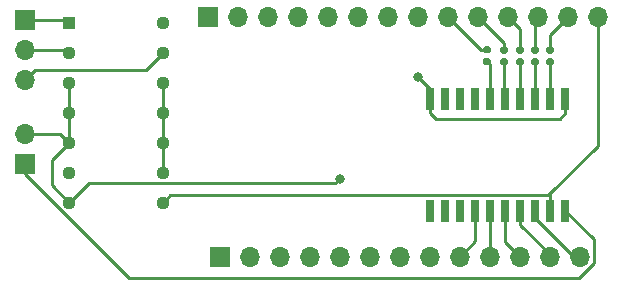
<source format=gbr>
%TF.GenerationSoftware,KiCad,Pcbnew,(5.1.6)-1*%
%TF.CreationDate,2020-09-22T22:22:23+03:00*%
%TF.ProjectId,ZX Keyboard logic,5a58204b-6579-4626-9f61-7264206c6f67,rev?*%
%TF.SameCoordinates,Original*%
%TF.FileFunction,Copper,L1,Top*%
%TF.FilePolarity,Positive*%
%FSLAX46Y46*%
G04 Gerber Fmt 4.6, Leading zero omitted, Abs format (unit mm)*
G04 Created by KiCad (PCBNEW (5.1.6)-1) date 2020-09-22 22:22:24*
%MOMM*%
%LPD*%
G01*
G04 APERTURE LIST*
%TA.AperFunction,ComponentPad*%
%ADD10O,1.700000X1.700000*%
%TD*%
%TA.AperFunction,ComponentPad*%
%ADD11R,1.700000X1.700000*%
%TD*%
%TA.AperFunction,SMDPad,CuDef*%
%ADD12R,0.650000X1.950000*%
%TD*%
%TA.AperFunction,ComponentPad*%
%ADD13C,1.130000*%
%TD*%
%TA.AperFunction,ComponentPad*%
%ADD14R,1.130000X1.130000*%
%TD*%
%TA.AperFunction,ViaPad*%
%ADD15C,0.800000*%
%TD*%
%TA.AperFunction,Conductor*%
%ADD16C,0.250000*%
%TD*%
G04 APERTURE END LIST*
D10*
%TO.P,J4,13*%
%TO.N,/K_D0*%
X82296000Y-103124000D03*
%TO.P,J4,12*%
%TO.N,/K_D1*%
X79756000Y-103124000D03*
%TO.P,J4,11*%
%TO.N,/K_D2*%
X77216000Y-103124000D03*
%TO.P,J4,10*%
%TO.N,/K_D3*%
X74676000Y-103124000D03*
%TO.P,J4,9*%
%TO.N,/K_D4*%
X72136000Y-103124000D03*
%TO.P,J4,8*%
%TO.N,/K_A15*%
X69596000Y-103124000D03*
%TO.P,J4,7*%
%TO.N,/K_A14*%
X67056000Y-103124000D03*
%TO.P,J4,6*%
%TO.N,/K_A13*%
X64516000Y-103124000D03*
%TO.P,J4,5*%
%TO.N,/K_A12*%
X61976000Y-103124000D03*
%TO.P,J4,4*%
%TO.N,/K_A11*%
X59436000Y-103124000D03*
%TO.P,J4,3*%
%TO.N,/K_A10*%
X56896000Y-103124000D03*
%TO.P,J4,2*%
%TO.N,/K_A9*%
X54356000Y-103124000D03*
D11*
%TO.P,J4,1*%
%TO.N,/K_A8*%
X51816000Y-103124000D03*
%TD*%
D10*
%TO.P,J3,2*%
%TO.N,GND*%
X35306000Y-92710000D03*
D11*
%TO.P,J3,1*%
%TO.N,+5V*%
X35306000Y-95250000D03*
%TD*%
D10*
%TO.P,J2,14*%
%TO.N,/KEY_ENBL*%
X83820000Y-82804000D03*
%TO.P,J2,13*%
%TO.N,/D0*%
X81280000Y-82804000D03*
%TO.P,J2,12*%
%TO.N,/D1*%
X78740000Y-82804000D03*
%TO.P,J2,11*%
%TO.N,/D2*%
X76200000Y-82804000D03*
%TO.P,J2,10*%
%TO.N,/D3*%
X73660000Y-82804000D03*
%TO.P,J2,9*%
%TO.N,/D4*%
X71120000Y-82804000D03*
%TO.P,J2,8*%
%TO.N,/A15*%
X68580000Y-82804000D03*
%TO.P,J2,7*%
%TO.N,/A14*%
X66040000Y-82804000D03*
%TO.P,J2,6*%
%TO.N,/A13*%
X63500000Y-82804000D03*
%TO.P,J2,5*%
%TO.N,/A12*%
X60960000Y-82804000D03*
%TO.P,J2,4*%
%TO.N,/A11*%
X58420000Y-82804000D03*
%TO.P,J2,3*%
%TO.N,/A10*%
X55880000Y-82804000D03*
%TO.P,J2,2*%
%TO.N,/A9*%
X53340000Y-82804000D03*
D11*
%TO.P,J2,1*%
%TO.N,/A8*%
X50800000Y-82804000D03*
%TD*%
D10*
%TO.P,J1,3*%
%TO.N,/~RD*%
X35306000Y-88138000D03*
%TO.P,J1,2*%
%TO.N,/~IORQ*%
X35306000Y-85598000D03*
D11*
%TO.P,J1,1*%
%TO.N,/A0*%
X35306000Y-83058000D03*
%TD*%
%TO.P,R?-R1,2*%
%TO.N,/D0*%
%TA.AperFunction,SMDPad,CuDef*%
G36*
G01*
X79928500Y-85939000D02*
X79583500Y-85939000D01*
G75*
G02*
X79436000Y-85791500I0J147500D01*
G01*
X79436000Y-85496500D01*
G75*
G02*
X79583500Y-85349000I147500J0D01*
G01*
X79928500Y-85349000D01*
G75*
G02*
X80076000Y-85496500I0J-147500D01*
G01*
X80076000Y-85791500D01*
G75*
G02*
X79928500Y-85939000I-147500J0D01*
G01*
G37*
%TD.AperFunction*%
%TO.P,R?-R1,1*%
%TO.N,Net-(IC3-Pad2)*%
%TA.AperFunction,SMDPad,CuDef*%
G36*
G01*
X79928500Y-86909000D02*
X79583500Y-86909000D01*
G75*
G02*
X79436000Y-86761500I0J147500D01*
G01*
X79436000Y-86466500D01*
G75*
G02*
X79583500Y-86319000I147500J0D01*
G01*
X79928500Y-86319000D01*
G75*
G02*
X80076000Y-86466500I0J-147500D01*
G01*
X80076000Y-86761500D01*
G75*
G02*
X79928500Y-86909000I-147500J0D01*
G01*
G37*
%TD.AperFunction*%
%TD*%
%TO.P,R4,2*%
%TO.N,/D4*%
%TA.AperFunction,SMDPad,CuDef*%
G36*
G01*
X74594500Y-85916000D02*
X74249500Y-85916000D01*
G75*
G02*
X74102000Y-85768500I0J147500D01*
G01*
X74102000Y-85473500D01*
G75*
G02*
X74249500Y-85326000I147500J0D01*
G01*
X74594500Y-85326000D01*
G75*
G02*
X74742000Y-85473500I0J-147500D01*
G01*
X74742000Y-85768500D01*
G75*
G02*
X74594500Y-85916000I-147500J0D01*
G01*
G37*
%TD.AperFunction*%
%TO.P,R4,1*%
%TO.N,Net-(IC3-Pad6)*%
%TA.AperFunction,SMDPad,CuDef*%
G36*
G01*
X74594500Y-86886000D02*
X74249500Y-86886000D01*
G75*
G02*
X74102000Y-86738500I0J147500D01*
G01*
X74102000Y-86443500D01*
G75*
G02*
X74249500Y-86296000I147500J0D01*
G01*
X74594500Y-86296000D01*
G75*
G02*
X74742000Y-86443500I0J-147500D01*
G01*
X74742000Y-86738500D01*
G75*
G02*
X74594500Y-86886000I-147500J0D01*
G01*
G37*
%TD.AperFunction*%
%TD*%
%TO.P,R3,2*%
%TO.N,/D3*%
%TA.AperFunction,SMDPad,CuDef*%
G36*
G01*
X76036100Y-85939000D02*
X75691100Y-85939000D01*
G75*
G02*
X75543600Y-85791500I0J147500D01*
G01*
X75543600Y-85496500D01*
G75*
G02*
X75691100Y-85349000I147500J0D01*
G01*
X76036100Y-85349000D01*
G75*
G02*
X76183600Y-85496500I0J-147500D01*
G01*
X76183600Y-85791500D01*
G75*
G02*
X76036100Y-85939000I-147500J0D01*
G01*
G37*
%TD.AperFunction*%
%TO.P,R3,1*%
%TO.N,Net-(IC3-Pad5)*%
%TA.AperFunction,SMDPad,CuDef*%
G36*
G01*
X76036100Y-86909000D02*
X75691100Y-86909000D01*
G75*
G02*
X75543600Y-86761500I0J147500D01*
G01*
X75543600Y-86466500D01*
G75*
G02*
X75691100Y-86319000I147500J0D01*
G01*
X76036100Y-86319000D01*
G75*
G02*
X76183600Y-86466500I0J-147500D01*
G01*
X76183600Y-86761500D01*
G75*
G02*
X76036100Y-86909000I-147500J0D01*
G01*
G37*
%TD.AperFunction*%
%TD*%
%TO.P,R2,2*%
%TO.N,/D2*%
%TA.AperFunction,SMDPad,CuDef*%
G36*
G01*
X77388500Y-85939000D02*
X77043500Y-85939000D01*
G75*
G02*
X76896000Y-85791500I0J147500D01*
G01*
X76896000Y-85496500D01*
G75*
G02*
X77043500Y-85349000I147500J0D01*
G01*
X77388500Y-85349000D01*
G75*
G02*
X77536000Y-85496500I0J-147500D01*
G01*
X77536000Y-85791500D01*
G75*
G02*
X77388500Y-85939000I-147500J0D01*
G01*
G37*
%TD.AperFunction*%
%TO.P,R2,1*%
%TO.N,Net-(IC3-Pad4)*%
%TA.AperFunction,SMDPad,CuDef*%
G36*
G01*
X77388500Y-86909000D02*
X77043500Y-86909000D01*
G75*
G02*
X76896000Y-86761500I0J147500D01*
G01*
X76896000Y-86466500D01*
G75*
G02*
X77043500Y-86319000I147500J0D01*
G01*
X77388500Y-86319000D01*
G75*
G02*
X77536000Y-86466500I0J-147500D01*
G01*
X77536000Y-86761500D01*
G75*
G02*
X77388500Y-86909000I-147500J0D01*
G01*
G37*
%TD.AperFunction*%
%TD*%
%TO.P,R1,2*%
%TO.N,/D1*%
%TA.AperFunction,SMDPad,CuDef*%
G36*
G01*
X78658500Y-85939000D02*
X78313500Y-85939000D01*
G75*
G02*
X78166000Y-85791500I0J147500D01*
G01*
X78166000Y-85496500D01*
G75*
G02*
X78313500Y-85349000I147500J0D01*
G01*
X78658500Y-85349000D01*
G75*
G02*
X78806000Y-85496500I0J-147500D01*
G01*
X78806000Y-85791500D01*
G75*
G02*
X78658500Y-85939000I-147500J0D01*
G01*
G37*
%TD.AperFunction*%
%TO.P,R1,1*%
%TO.N,Net-(IC3-Pad3)*%
%TA.AperFunction,SMDPad,CuDef*%
G36*
G01*
X78658500Y-86909000D02*
X78313500Y-86909000D01*
G75*
G02*
X78166000Y-86761500I0J147500D01*
G01*
X78166000Y-86466500D01*
G75*
G02*
X78313500Y-86319000I147500J0D01*
G01*
X78658500Y-86319000D01*
G75*
G02*
X78806000Y-86466500I0J-147500D01*
G01*
X78806000Y-86761500D01*
G75*
G02*
X78658500Y-86909000I-147500J0D01*
G01*
G37*
%TD.AperFunction*%
%TD*%
D12*
%TO.P,IC3,20*%
%TO.N,+5V*%
X81069000Y-99213000D03*
%TO.P,IC3,19*%
%TO.N,/KEY_ENBL*%
X79799000Y-99213000D03*
%TO.P,IC3,18*%
%TO.N,/K_D0*%
X78529000Y-99213000D03*
%TO.P,IC3,17*%
%TO.N,/K_D1*%
X77259000Y-99213000D03*
%TO.P,IC3,16*%
%TO.N,/K_D2*%
X75989000Y-99213000D03*
%TO.P,IC3,15*%
%TO.N,/K_D3*%
X74719000Y-99213000D03*
%TO.P,IC3,14*%
%TO.N,/K_D4*%
X73449000Y-99213000D03*
%TO.P,IC3,13*%
%TO.N,N/C*%
X72179000Y-99213000D03*
%TO.P,IC3,12*%
X70909000Y-99213000D03*
%TO.P,IC3,11*%
X69639000Y-99213000D03*
%TO.P,IC3,10*%
%TO.N,GND*%
X69639000Y-89763000D03*
%TO.P,IC3,9*%
%TO.N,N/C*%
X70909000Y-89763000D03*
%TO.P,IC3,8*%
X72179000Y-89763000D03*
%TO.P,IC3,7*%
X73449000Y-89763000D03*
%TO.P,IC3,6*%
%TO.N,Net-(IC3-Pad6)*%
X74719000Y-89763000D03*
%TO.P,IC3,5*%
%TO.N,Net-(IC3-Pad5)*%
X75989000Y-89763000D03*
%TO.P,IC3,4*%
%TO.N,Net-(IC3-Pad4)*%
X77259000Y-89763000D03*
%TO.P,IC3,3*%
%TO.N,Net-(IC3-Pad3)*%
X78529000Y-89763000D03*
%TO.P,IC3,2*%
%TO.N,Net-(IC3-Pad2)*%
X79799000Y-89763000D03*
%TO.P,IC3,1*%
%TO.N,GND*%
X81069000Y-89763000D03*
%TD*%
D13*
%TO.P,IC2,14*%
%TO.N,+5V*%
X46990000Y-83312000D03*
%TO.P,IC2,13*%
%TO.N,/~RD*%
X46990000Y-85852000D03*
%TO.P,IC2,12*%
%TO.N,Net-(IC2-Pad10)*%
X46990000Y-88392000D03*
%TO.P,IC2,11*%
X46990000Y-90932000D03*
%TO.P,IC2,10*%
X46990000Y-93472000D03*
%TO.P,IC2,9*%
X46990000Y-96012000D03*
%TO.P,IC2,8*%
%TO.N,/KEY_ENBL*%
X46990000Y-98552000D03*
%TO.P,IC2,7*%
%TO.N,GND*%
X39050000Y-98552000D03*
%TO.P,IC2,6*%
%TO.N,N/C*%
X39050000Y-96012000D03*
%TO.P,IC2,5*%
%TO.N,GND*%
X39050000Y-93472000D03*
%TO.P,IC2,4*%
X39050000Y-90932000D03*
%TO.P,IC2,3*%
X39050000Y-88392000D03*
%TO.P,IC2,2*%
%TO.N,/~IORQ*%
X39050000Y-85852000D03*
D14*
%TO.P,IC2,1*%
%TO.N,/A0*%
X39050000Y-83312000D03*
%TD*%
D15*
%TO.N,GND*%
X68580000Y-87884000D03*
X61976000Y-96520000D03*
%TD*%
D16*
%TO.N,+5V*%
X83471001Y-103688001D02*
X82257002Y-104902000D01*
X81069000Y-99213000D02*
X83471001Y-101615001D01*
X83471001Y-101615001D02*
X83471001Y-103688001D01*
X35306000Y-96125202D02*
X35306000Y-95250000D01*
X44082798Y-104902000D02*
X35306000Y-96125202D01*
X82257002Y-104902000D02*
X44082798Y-104902000D01*
%TO.N,GND*%
X39050000Y-98552000D02*
X37592000Y-97094000D01*
X37592000Y-94930000D02*
X39050000Y-93472000D01*
X37592000Y-97094000D02*
X37592000Y-94930000D01*
X39050000Y-93472000D02*
X39050000Y-90932000D01*
X39050000Y-90932000D02*
X39050000Y-88392000D01*
X69639000Y-88943000D02*
X68580000Y-87884000D01*
X69639000Y-89763000D02*
X69639000Y-88943000D01*
X69639000Y-90988000D02*
X70091000Y-91440000D01*
X69639000Y-89763000D02*
X69639000Y-90988000D01*
X81069000Y-90988000D02*
X81069000Y-89763000D01*
X80617000Y-91440000D02*
X81069000Y-90988000D01*
X70091000Y-91440000D02*
X80617000Y-91440000D01*
X38288000Y-92710000D02*
X39050000Y-93472000D01*
X35306000Y-92710000D02*
X38288000Y-92710000D01*
X40699999Y-96902001D02*
X61593999Y-96902001D01*
X39050000Y-98552000D02*
X40699999Y-96902001D01*
X61593999Y-96902001D02*
X61976000Y-96520000D01*
X61976000Y-96520000D02*
X61976000Y-96520000D01*
%TO.N,Net-(IC2-Pad10)*%
X46990000Y-96012000D02*
X46990000Y-93472000D01*
X46990000Y-93472000D02*
X46990000Y-90932000D01*
X46990000Y-90932000D02*
X46990000Y-88392000D01*
%TO.N,/KEY_ENBL*%
X83820000Y-82804000D02*
X83820000Y-93726000D01*
X79799000Y-97747000D02*
X79799000Y-99213000D01*
X83820000Y-93726000D02*
X79799000Y-97747000D01*
X47629001Y-97912999D02*
X79633001Y-97912999D01*
X79633001Y-97912999D02*
X79799000Y-97747000D01*
X46990000Y-98552000D02*
X47629001Y-97912999D01*
%TO.N,/K_D0*%
X78529000Y-99036002D02*
X78529000Y-98421000D01*
X81790000Y-103124000D02*
X82296000Y-103124000D01*
X78529000Y-99863000D02*
X81790000Y-103124000D01*
X78529000Y-99213000D02*
X78529000Y-99863000D01*
%TO.N,/K_D1*%
X77259000Y-100438000D02*
X79756000Y-102935000D01*
X79756000Y-102935000D02*
X79756000Y-103124000D01*
X77259000Y-99213000D02*
X77259000Y-100438000D01*
%TO.N,/K_D2*%
X75989000Y-101897000D02*
X77216000Y-103124000D01*
X75989000Y-99213000D02*
X75989000Y-101897000D01*
%TO.N,/K_D3*%
X74676000Y-98464000D02*
X74719000Y-98421000D01*
X74719000Y-103081000D02*
X74676000Y-103124000D01*
X74719000Y-99213000D02*
X74719000Y-103081000D01*
%TO.N,/K_D4*%
X73449000Y-101811000D02*
X72136000Y-103124000D01*
X73449000Y-99213000D02*
X73449000Y-101811000D01*
%TO.N,Net-(IC3-Pad6)*%
X74719000Y-86888000D02*
X74422000Y-86591000D01*
X74719000Y-89763000D02*
X74719000Y-86888000D01*
%TO.N,Net-(IC3-Pad5)*%
X75863600Y-89637600D02*
X75989000Y-89763000D01*
X75863600Y-86614000D02*
X75863600Y-89637600D01*
%TO.N,Net-(IC3-Pad4)*%
X77216000Y-89720000D02*
X77259000Y-89763000D01*
X77216000Y-86614000D02*
X77216000Y-89720000D01*
%TO.N,Net-(IC3-Pad3)*%
X78486000Y-89720000D02*
X78529000Y-89763000D01*
X78486000Y-86614000D02*
X78486000Y-89720000D01*
%TO.N,Net-(IC3-Pad2)*%
X79756000Y-89720000D02*
X79799000Y-89763000D01*
X79756000Y-86614000D02*
X79756000Y-89720000D01*
%TO.N,/A14*%
X65786000Y-82594588D02*
X65786000Y-82550000D01*
%TO.N,/~RD*%
X45553999Y-87288001D02*
X46990000Y-85852000D01*
X36155999Y-87288001D02*
X45553999Y-87288001D01*
X35306000Y-88138000D02*
X36155999Y-87288001D01*
%TO.N,/~IORQ*%
X38796000Y-85598000D02*
X39050000Y-85852000D01*
X35306000Y-85598000D02*
X38796000Y-85598000D01*
%TO.N,/A0*%
X38796000Y-83058000D02*
X39050000Y-83312000D01*
X35306000Y-83058000D02*
X38796000Y-83058000D01*
%TO.N,/D4*%
X74422000Y-85621000D02*
X74422000Y-85598000D01*
X73937000Y-85621000D02*
X71120000Y-82804000D01*
X74422000Y-85621000D02*
X73937000Y-85621000D01*
%TO.N,/D3*%
X75863600Y-85007600D02*
X73660000Y-82804000D01*
X75863600Y-85644000D02*
X75863600Y-85007600D01*
%TO.N,/D2*%
X77216000Y-83820000D02*
X76200000Y-82804000D01*
X77216000Y-85644000D02*
X77216000Y-83820000D01*
%TO.N,/D1*%
X78486000Y-83058000D02*
X78740000Y-82804000D01*
X78486000Y-85644000D02*
X78486000Y-83058000D01*
%TO.N,/D0*%
X79756000Y-84328000D02*
X81280000Y-82804000D01*
X79756000Y-85644000D02*
X79756000Y-84328000D01*
%TD*%
M02*

</source>
